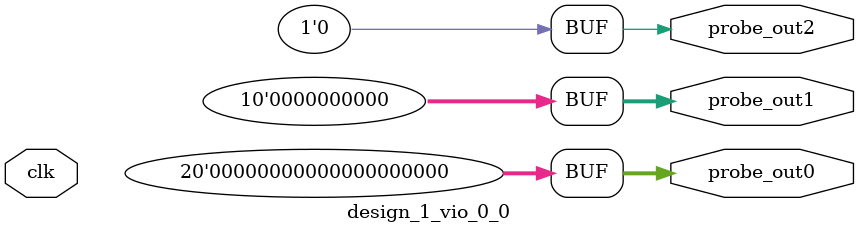
<source format=v>
`timescale 1ns / 1ps
module design_1_vio_0_0 (
clk,

probe_out0,
probe_out1,
probe_out2
);

input clk;

output reg [19 : 0] probe_out0 = 'h00000 ;
output reg [9 : 0] probe_out1 = 'h000 ;
output reg [0 : 0] probe_out2 = 'h0 ;


endmodule

</source>
